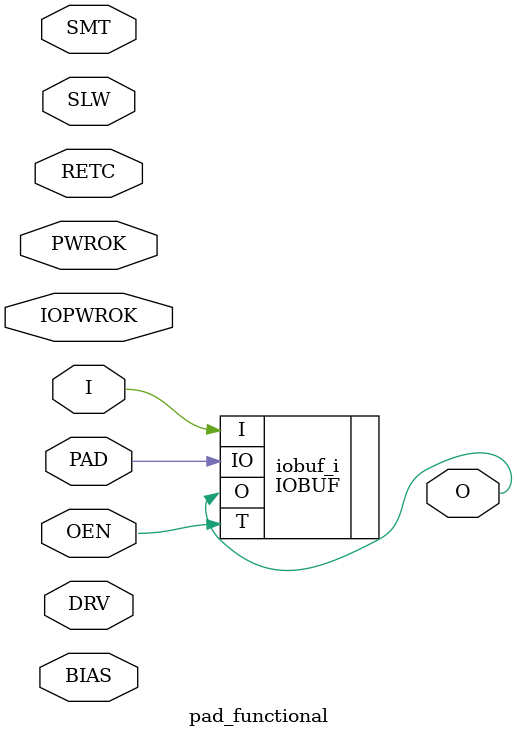
<source format=sv>

module pad_functional_pd
(
  input  logic OEN,
  input  logic I,
  output logic O,
  inout  wire  PAD,
  input  wire  DRV,
  input  wire  SLW,
  input  wire  SMT,
  inout  wire  PWROK,
  inout  wire  IOPWROK,
  inout  wire  BIAS,
  inout  wire  RETC 
);

  (* PULLDOWN = "YES" *)
  IOBUF iobuf_i (
    .T ( OEN  ),
    .I ( I    ),
    .O ( O    ),
    .IO( PAD  )
  );

endmodule

module pad_functional_pu
(
  input  logic OEN,
  input  logic I,
  output logic O,
  inout  wire  PAD,
  input  wire  DRV,
  input  wire  SLW,
  input  wire  SMT,
  inout  wire  PWROK,
  inout  wire  IOPWROK,
  inout  wire  BIAS,
  inout  wire  RETC 
);

  (* PULLUP = "YES" *)
  IOBUF iobuf_i (
    .T ( OEN  ),
    .I ( I    ),
    .O ( O    ),
    .IO( PAD  )
  );

endmodule

module pad_functional
(
  input  logic OEN,
  input  logic I,
  output logic O,
  inout  wire  PAD,
  input  wire  DRV,
  input  wire  SLW,
  input  wire  SMT,
  inout  wire  PWROK,
  inout  wire  IOPWROK,
  inout  wire  BIAS,
  inout  wire  RETC 
);

  IOBUF iobuf_i (
    .T ( OEN  ),
    .I ( I    ),
    .O ( O    ),
    .IO( PAD  )
  );

endmodule

</source>
